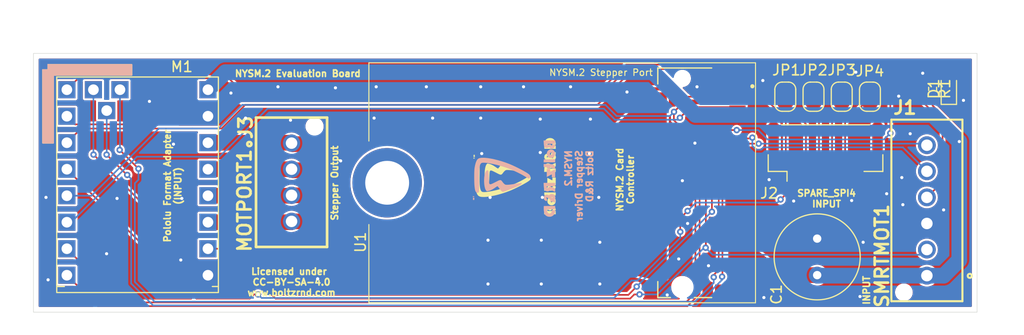
<source format=kicad_pcb>
(kicad_pcb (version 20240108) (generator "pcbnew") (generator_version "8.0")
  (title_block (title "NYSM2 Evaluation Carrier Board") (date "2024-12-08") (rev "1") (company "Boltz R&D") (comment 1 "Licensed Under GPLV3") (comment 2 "To be used as reference to integrate NYSM.2 In your designs"))
  (layers (0 "F.Cu" signal) (31 "B.Cu" signal) (34 "B.Paste" user) (35 "F.Paste" user) (36 "B.SilkS" user "B.Silkscreen") (37 "F.SilkS" user "F.Silkscreen") (38 "B.Mask" user) (39 "F.Mask" user) (44 "Edge.Cuts" user))
  (net 0 "")
  (net 1 "POW_MOT")
  (net 2 "GND")
  (net 3 "M1_STP")
  (net 4 "M1_DIR")
  (net 5 "M1_EN")
  (net 6 "+3.3V")
  (net 7 "SPI4_MOSI")
  (net 8 "SPI4_MISO")
  (net 9 "SPI4_CS1")
  (net 10 "SPI4_SCK")
  (net 12 "M1_MS3")
  (net 13 "M1_MS2")
  (net 14 "M1_MS1")
  (net 15 "M1_RST")
  (net 16 "M1_B1")
  (net 17 "M1_IDX")
  (net 18 "M1_VREF")
  (net 19 "M1_B2")
  (net 20 "M1_SLP")
  (net 21 "M1_DIAG")
  (net 22 "M1_A2")
  (net 23 "M1_A1")
  (net 31 "Net-(D1-A)")
  (footprint "Logo:BoltzRndLogo10mm" (layer "F.Cu") (at 123.2 110.6 90)
    (property "Reference" "G***" (hide yes))
    (property "Value" "LOGO" (hide yes))
  )
  (footprint "Jumper:SolderJumper-2_P1.3mm_Bridged_RoundedPad1.0x1.5mm" (layer "F.Cu") (at 151.85 103.15 90)
    (property "Reference" "JP2" (at 2.55 0 0) (layer "F.SilkS"))
    (property "Value" "SolderJumper_2_Bridged")
    (fp_poly (pts (xy 0.25 -0.3) (xy -0.25 -0.3) (xy -0.25 0.3) (xy 0.25 0.3)) (fill solid) (layer "F.Cu"))
    (pad "1" smd custom (at -0.65 0 90) (size 1 0.5) (layers "F.Cu" "F.Mask") (net 10 "SPI4_SCK") (options (clearance outline) (anchor rect)) (primitives (gr_circle (center 0 0.25) (end 0.5 0.25) (width 0) (fill yes)) (gr_circle (center 0 -0.25) (end 0.5 -0.25) (width 0) (fill yes)) (gr_poly (pts (xy 0.5 0.75) (xy 0 0.75) (xy 0 -0.75) (xy 0.5 -0.75)) (width 0) (fill yes))))
    (pad "2" smd custom (at 0.65 0 90) (size 1 0.5) (layers "F.Cu" "F.Mask") (net 13 "M1_MS2") (options (clearance outline) (anchor rect)) (primitives (gr_circle (center 0 0.25) (end 0.5 0.25) (width 0) (fill yes)) (gr_circle (center 0 -0.25) (end 0.5 -0.25) (width 0) (fill yes)) (gr_poly (pts (xy 0 0.75) (xy -0.5 0.75) (xy -0.5 -0.75) (xy 0 -0.75)) (width 0) (fill yes))))
  )
  (footprint "Resistor_SMD:R_0402_1005Metric" (layer "F.Cu") (at 163.25 102.4 -90)
    (property "Reference" "R1" (at 0 -1.17 90) (layer "F.SilkS"))
    (property "Value" "4.7K")
    (pad "1" smd roundrect (at -0.51 0 270) (size 0.54 0.64) (layers "F.Cu" "F.Paste" "F.Mask") (net 31 "Net-(D1-A)"))
    (pad "2" smd roundrect (at 0.51 0 270) (size 0.54 0.64) (layers "F.Cu" "F.Paste" "F.Mask") (net 1 "POW_MOT"))
  )
  (footprint "LED_SMD:LED_0603_1608Metric" (layer "F.Cu") (at 164.8 102.4 90)
    (property "Reference" "D1" (at 0 -1.43 90) (layer "F.SilkS"))
    (property "Value" "POW-MOT")
    (pad "1" smd roundrect (at -0.7875 0 90) (size 0.875 0.95) (layers "F.Cu" "F.Paste" "F.Mask") (net 2 "GND"))
    (pad "2" smd roundrect (at 0.7875 0 90) (size 0.875 0.95) (layers "F.Cu" "F.Paste" "F.Mask") (net 31 "Net-(D1-A)"))
  )
  (footprint "connectorslibrary:53375-0610" (layer "F.Cu") (at 166.1 114.05 -90)
    (property "Reference" "J1" (at -9.85 5.5 0) (layer "F.SilkS") (effects (font (size 1.27 1.27) (thickness 0.254))))
    (property "Value" "SMRTMOT1" (at 4.35 7.7 90) (layer "F.SilkS") (effects (font (size 1.27 1.27) (thickness 0.254))))
    (pad "" np_thru_hole circle (at 7.85 5.6 270) (size 1.2 1.2) (drill 1.2) (layers "*.Cu" "*.Mask"))
    (pad "1" thru_hole circle (at 6.25 3.4 270) (size 1.7 1.7) (drill 1.1) (layers "*.Cu" "*.Mask") (net 1 "POW_MOT"))
    (pad "2" thru_hole circle (at 3.75 3.4 270) (size 1.7 1.7) (drill 1.1) (layers "*.Cu" "*.Mask") (net 6 "+3.3V"))
    (pad "3" thru_hole circle (at 1.25 3.4 270) (size 1.7 1.7) (drill 1.1) (layers "*.Cu" "*.Mask") (net 2 "GND"))
    (pad "4" thru_hole circle (at -1.25 3.4 270) (size 1.7 1.7) (drill 1.1) (layers "*.Cu" "*.Mask") (net 5 "M1_EN"))
    (pad "5" thru_hole circle (at -3.75 3.4 270) (size 1.7 1.7) (drill 1.1) (layers "*.Cu" "*.Mask") (net 3 "M1_STP"))
    (pad "6" thru_hole circle (at -6.25 3.4 270) (size 1.7 1.7) (drill 1.1) (layers "*.Cu" "*.Mask") (net 4 "M1_DIR"))
  )
  (footprint "motordrivermodule:MotorDriverModuleBase" (layer "F.Cu") (at 87.6 110.08)
    (property "Reference" "M1" (at 3.8 -9.8 0) (layer "F.SilkS"))
    (property "Value" "MotorDriverModule")
    (pad "0" thru_hole rect (at -7.2 -7.6) (size 1.64 1.64) (drill 1.02) (layers "*.Cu" "*.Mask") (net 5 "M1_EN"))
    (pad "1" thru_hole rect (at -7.2 -5.06) (size 1.64 1.64) (drill 1.02) (layers "*.Cu" "*.Mask") (net 14 "M1_MS1"))
    (pad "2" thru_hole rect (at -7.2 -2.52) (size 1.64 1.64) (drill 1.02) (layers "*.Cu" "*.Mask") (net 13 "M1_MS2"))
    (pad "3" thru_hole rect (at -7.2 0.02) (size 1.64 1.64) (drill 1.02) (layers "*.Cu" "*.Mask") (net 12 "M1_MS3"))
    (pad "4" thru_hole rect (at -7.2 2.56) (size 1.64 1.64) (drill 1.02) (layers "*.Cu" "*.Mask") (net 15 "M1_RST"))
    (pad "5" thru_hole rect (at -7.2 5.1) (size 1.64 1.64) (drill 1.02) (layers "*.Cu" "*.Mask") (net 20 "M1_SLP"))
    (pad "6" thru_hole rect (at -7.2 7.64) (size 1.64 1.64) (drill 1.02) (layers "*.Cu" "*.Mask") (net 3 "M1_STP"))
    (pad "7" thru_hole rect (at -7.2 10.18) (size 1.64 1.64) (drill 1.02) (layers "*.Cu" "*.Mask") (net 4 "M1_DIR"))
    (pad "8" thru_hole rect (at 6.3 10.18) (size 1.64 1.64) (drill 1.02) (layers "*.Cu" "*.Mask") (net 2 "GND"))
    (pad "9" thru_hole rect (at 6.3 7.64) (size 1.64 1.64) (drill 1.02) (layers "*.Cu" "*.Mask") (net 6 "+3.3V"))
    (pad "10" thru_hole rect (at 6.3 5.1) (size 1.64 1.64) (drill 1.02) (layers "*.Cu" "*.Mask") (net 19 "M1_B2"))
    (pad "11" thru_hole rect (at 6.3 2.56) (size 1.64 1.64) (drill 1.02) (layers "*.Cu" "*.Mask") (net 16 "M1_B1"))
    (pad "12" thru_hole rect (at 6.3 0.02) (size 1.64 1.64) (drill 1.02) (layers "*.Cu" "*.Mask") (net 23 "M1_A1"))
    (pad "13" thru_hole rect (at 6.3 -2.52) (size 1.64 1.64) (drill 1.02) (layers "*.Cu" "*.Mask") (net 22 "M1_A2"))
    (pad "14" thru_hole rect (at 6.3 -5.06) (size 1.64 1.64) (drill 1.02) (layers "*.Cu" "*.Mask") (net 2 "GND"))
    (pad "15" thru_hole rect (at 6.3 -7.6) (size 1.64 1.64) (drill 1.02) (layers "*.Cu" "*.Mask") (net 1 "POW_MOT"))
    (pad "16" thru_hole rect (at -4.66 -7.6 90) (size 1.64 1.64) (drill 1.02) (layers "*.Cu" "*.Mask") (net 18 "M1_VREF"))
    (pad "17" thru_hole rect (at -2.12 -7.6 90) (size 1.64 1.64) (drill 1.02) (layers "*.Cu" "*.Mask") (net 21 "M1_DIAG"))
    (pad "18" thru_hole rect (at -3.39 -5.6 90) (size 1.64 1.64) (drill 1.02) (layers "*.Cu" "*.Mask") (net 17 "M1_IDX"))
  )
  (footprint "Jumper:SolderJumper-2_P1.3mm_Bridged_RoundedPad1.0x1.5mm" (layer "F.Cu") (at 157.25 103.15 90)
    (property "Reference" "JP4" (at 2.45 0 0) (layer "F.SilkS"))
    (property "Value" "SolderJumper_2_Bridged")
    (fp_poly (pts (xy 0.25 -0.3) (xy -0.25 -0.3) (xy -0.25 0.3) (xy 0.25 0.3)) (fill solid) (layer "F.Cu"))
    (pad "1" smd custom (at -0.65 0 90) (size 1 0.5) (layers "F.Cu" "F.Mask") (net 8 "SPI4_MISO") (options (clearance outline) (anchor rect)) (primitives (gr_circle (center 0 0.25) (end 0.5 0.25) (width 0) (fill yes)) (gr_circle (center 0 -0.25) (end 0.5 -0.25) (width 0) (fill yes)) (gr_poly (pts (xy 0.5 0.75) (xy 0 0.75) (xy 0 -0.75) (xy 0.5 -0.75)) (width 0) (fill yes))))
    (pad "2" smd custom (at 0.65 0 90) (size 1 0.5) (layers "F.Cu" "F.Mask") (net 15 "M1_RST") (options (clearance outline) (anchor rect)) (primitives (gr_circle (center 0 0.25) (end 0.5 0.25) (width 0) (fill yes)) (gr_circle (center 0 -0.25) (end 0.5 -0.25) (width 0) (fill yes)) (gr_poly (pts (xy 0 0.75) (xy -0.5 0.75) (xy -0.5 -0.75) (xy 0 -0.75)) (width 0) (fill yes))))
  )
  (footprint "Capacitor_THT:C_Radial_D8.0mm_H11.5mm_P3.50mm" (layer "F.Cu") (at 152.2 120.25 90)
    (property "Reference" "C1" (at -1.85 -3.9 90) (layer "F.SilkS"))
    (property "Value" "100uF 50V")
    (pad "1" thru_hole circle (at 0 0 90) (size 1.6 1.6) (drill 0.8) (layers "*.Cu" "*.Mask") (net 1 "POW_MOT"))
    (pad "2" thru_hole circle (at 3.5 0 90) (size 1.6 1.6) (drill 0.8) (layers "*.Cu" "*.Mask") (net 2 "GND"))
  )
  (footprint "Jumper:SolderJumper-2_P1.3mm_Bridged_RoundedPad1.0x1.5mm" (layer "F.Cu") (at 149.15 103.15 90)
    (property "Reference" "JP1" (at 2.55 0.1 0) (layer "F.SilkS"))
    (property "Value" "SolderJumper_2_Bridged")
    (fp_poly (pts (xy 0.25 -0.3) (xy -0.25 -0.3) (xy -0.25 0.3) (xy 0.25 0.3)) (fill solid) (layer "F.Cu"))
    (pad "1" smd custom (at -0.65 0 90) (size 1 0.5) (layers "F.Cu" "F.Mask") (net 9 "SPI4_CS1") (options (clearance outline) (anchor rect)) (primitives (gr_circle (center 0 0.25) (end 0.5 0.25) (width 0) (fill yes)) (gr_circle (center 0 -0.25) (end 0.5 -0.25) (width 0) (fill yes)) (gr_poly (pts (xy 0.5 0.75) (xy 0 0.75) (xy 0 -0.75) (xy 0.5 -0.75)) (width 0) (fill yes))))
    (pad "2" smd custom (at 0.65 0 90) (size 1 0.5) (layers "F.Cu" "F.Mask") (net 12 "M1_MS3") (options (clearance outline) (anchor rect)) (primitives (gr_circle (center 0 0.25) (end 0.5 0.25) (width 0) (fill yes)) (gr_circle (center 0 -0.25) (end 0.5 -0.25) (width 0) (fill yes)) (gr_poly (pts (xy 0 0.75) (xy -0.5 0.75) (xy -0.5 -0.75) (xy 0 -0.75)) (width 0) (fill yes))))
  )
  (footprint "MDT275B03001:AMPHENOL_MDT275B03001" (layer "F.Cu") (at 139.3 111.4 -90)
    (property "Reference" "U1" (at 5.7 30.8 90) (layer "F.SilkS"))
    (property "Value" "~")
    (fp_text user "NYSM.2 Stepper Port" (at -10.2 12.8 0) (layer "F.SilkS") (effects (font (size 0.63 0.63) (thickness 0.1)) (justify left bottom)))
    (pad "" np_thru_hole circle (at -10 0 270) (size 1.15 1.15) (drill 1.15) (layers "*.Cu" "*.Mask"))
    (pad "" np_thru_hole circle (at 10 0 270) (size 1.65 1.65) (drill 1.65) (layers "*.Cu" "*.Mask"))
    (pad "1" smd rect (at -9.25 -5.275 270) (size 0.3 1.55) (layers "F.Cu" "F.Paste" "F.Mask") (net 5 "M1_EN"))
    (pad "2" smd rect (at -9 2.275 270) (size 0.3 1.55) (layers "F.Cu" "F.Paste" "F.Mask"))
    (pad "3" smd rect (at -8.75 -5.275 270) (size 0.3 1.55) (layers "F.Cu" "F.Paste" "F.Mask") (net 14 "M1_MS1"))
    (pad "4" smd rect (at -8.5 2.275 270) (size 0.3 1.55) (layers "F.Cu" "F.Paste" "F.Mask") (net 22 "M1_A2"))
    (pad "5" smd rect (at -8.25 -5.275 270) (size 0.3 1.55) (layers "F.Cu" "F.Paste" "F.Mask") (net 13 "M1_MS2"))
    (pad "6" smd rect (at -8 2.275 270) (size 0.3 1.55) (layers "F.Cu" "F.Paste" "F.Mask") (net 22 "M1_A2"))
    (pad "7" smd rect (at -7.75 -5.275 270) (size 0.3 1.55) (layers "F.Cu" "F.Paste" "F.Mask") (net 12 "M1_MS3"))
    (pad "8" smd rect (at -7.5 2.275 270) (size 0.3 1.55) (layers "F.Cu" "F.Paste" "F.Mask") (net 22 "M1_A2"))
    (pad "9" smd rect (at -7.25 -5.275 270) (size 0.3 1.55) (layers "F.Cu" "F.Paste" "F.Mask") (net 15 "M1_RST"))
    (pad "10" smd rect (at -7 2.275 270) (size 0.3 1.55) (layers "F.Cu" "F.Paste" "F.Mask") (net 22 "M1_A2"))
    (pad "11" smd rect (at -6.75 -5.275 270) (size 0.3 1.55) (layers "F.Cu" "F.Paste" "F.Mask") (net 20 "M1_SLP"))
    (pad "20" smd rect (at -4.5 2.275 270) (size 0.3 1.55) (layers "F.Cu" "F.Paste" "F.Mask") (net 22 "M1_A2"))
    (pad "21" smd rect (at -4.25 -5.275 270) (size 0.3 1.55) (layers "F.Cu" "F.Paste" "F.Mask") (net 3 "M1_STP"))
    (pad "22" smd rect (at -4 2.275 270) (size 0.3 1.55) (layers "F.Cu" "F.Paste" "F.Mask") (net 22 "M1_A2"))
    (pad "23" smd rect (at -3.75 -5.275 270) (size 0.3 1.55) (layers "F.Cu" "F.Paste" "F.Mask") (net 4 "M1_DIR"))
    (pad "24" smd rect (at -3.5 2.275 270) (size 0.3 1.55) (layers "F.Cu" "F.Paste" "F.Mask") (net 22 "M1_A2"))
    (pad "25" smd rect (at -3.25 -5.275 270) (size 0.3 1.55) (layers "F.Cu" "F.Paste" "F.Mask") (net 2 "GND"))
    (pad "26" smd rect (at -3 2.275 270) (size 0.3 1.55) (layers "F.Cu" "F.Paste" "F.Mask") (net 22 "M1_A2"))
    (pad "27" smd rect (at -2.75 -5.275 270) (size 0.3 1.55) (layers "F.Cu" "F.Paste" "F.Mask") (net 6 "+3.3V"))
    (pad "28" smd rect (at -2.5 2.275 270) (size 0.3 1.55) (layers "F.Cu" "F.Paste" "F.Mask") (net 23 "M1_A1"))
    (pad "29" smd rect (at -2.25 -5.275 270) (size 0.3 1.55) (layers "F.Cu" "F.Paste" "F.Mask") (net 2 "GND"))
    (pad "30" smd rect (at -2 2.275 270) (size 0.3 1.55) (layers "F.Cu" "F.Paste" "F.Mask") (net 23 "M1_A1"))
    (pad "31" smd rect (at -1.75 -5.275 270) (size 0.3 1.55) (layers "F.Cu" "F.Paste" "F.Mask") (net 18 "M1_VREF"))
    (pad "32" smd rect (at -1.5 2.275 270) (size 0.3 1.55) (layers "F.Cu" "F.Paste" "F.Mask") (net 23 "M1_A1"))
    (pad "33" smd rect (at -1.25 -5.275 270) (size 0.3 1.55) (layers "F.Cu" "F.Paste" "F.Mask") (net 21 "M1_DIAG"))
    (pad "34" smd rect (at -1 2.275 270) (size 0.3 1.55) (layers "F.Cu" "F.Paste" "F.Mask") (net 23 "M1_A1"))
    (pad "35" smd rect (at -0.75 -5.275 270) (size 0.3 1.55) (layers "F.Cu" "F.Paste" "F.Mask") (net 17 "M1_IDX"))
    (pad "36" smd rect (at -0.5 2.275 270) (size 0.3 1.55) (layers "F.Cu" "F.Paste" "F.Mask") (net 23 "M1_A1"))
    (pad "37" smd rect (at -0.25 -5.275 270) (size 0.3 1.55) (layers "F.Cu" "F.Paste" "F.Mask"))
    (pad "38" smd rect (at 0 2.275 270) (size 0.3 1.55) (layers "F.Cu" "F.Paste" "F.Mask") (net 23 "M1_A1"))
    (pad "39" smd rect (at 0.25 -5.275 270) (size 0.3 1.55) (layers "F.Cu" "F.Paste" "F.Mask"))
    (pad "40" smd rect (at 0.5 2.275 270) (size 0.3 1.55) (layers "F.Cu" "F.Paste" "F.Mask") (net 23 "M1_A1"))
    (pad "41" smd rect (at 0.75 -5.275 270) (size 0.3 1.55) (layers "F.Cu" "F.Paste" "F.Mask"))
    (pad "42" smd rect (at 1 2.275 270) (size 0.3 1.55) (layers "F.Cu" "F.Paste" "F.Mask") (net 23 "M1_A1"))
    (pad "43" smd rect (at 1.25 -5.275 270) (size 0.3 1.55) (layers "F.Cu" "F.Paste" "F.Mask"))
    (pad "44" smd rect (at 1.5 2.275 270) (size 0.3 1.55) (layers "F.Cu" "F.Paste" "F.Mask") (net 16 "M1_B1"))
    (pad "45" smd rect (at 1.75 -5.275 270) (size 0.3 1.55) (layers "F.Cu" "F.Paste" "F.Mask") (net 2 "GND"))
    (pad "46" smd rect (at 2 2.275 270) (size 0.3 1.55) (layers "F.Cu" "F.Paste" "F.Mask") (net 16 "M1_B1"))
    (pad "47" smd rect (at 2.25 -5.275 270) (size 0.3 1.55) (layers "F.Cu" "F.Paste" "F.Mask") (net 2 "GND"))
    (pad "48" smd rect (at 2.5 2.275 270) (size 0.3 1.55) (layers "F.Cu" "F.Paste" "F.Mask") (net 16 "M1_B1"))
    (pad "49" smd rect (at 2.75 -5.275 270) (size 0.3 1.55) (layers "F.Cu" "F.Paste" "F.Mask") (net 2 "GND"))
    (pad "50" smd rect (at 3 2.275 270) (size 0.3 1.55) (layers "F.Cu" "F.Paste" "F.Mask") (net 16 "M1_B1"))
    (pad "51" smd rect (at 3.25 -5.275 270) (size 0.3 1.55) (layers "F.Cu" "F.Paste" "F.Mask") (net 2 "GND"))
    (pad "52" smd rect (at 3.5 2.275 270) (size 0.3 1.55) (layers "F.Cu" "F.Paste" "F.Mask") (net 16 "M1_B1"))
    (pad "53" smd rect (at 3.75 -5.275 270) (size 0.3 1.55) (layers "F.Cu" "F.Paste" "F.Mask") (net 2 "GND"))
    (pad "54" smd rect (at 4 2.275 270) (size 0.3 1.55) (layers "F.Cu" "F.Paste" "F.Mask") (net 16 "M1_B1"))
    (pad "55" smd rect (at 4.25 -5.275 270) (size 0.3 1.55) (layers "F.Cu" "F.Paste" "F.Mask") (net 2 "GND"))
    (pad "56" smd rect (at 4.5 2.275 270) (size 0.3 1.55) (layers "F.Cu" "F.Paste" "F.Mask") (net 16 "M1_B1"))
    (pad "57" smd rect (at 4.75 -5.275 270) (size 0.3 1.55) (layers "F.Cu" "F.Paste" "F.Mask") (net 2 "GND"))
    (pad "58" smd rect (at 5 2.275 270) (size 0.3 1.55) (layers "F.Cu" "F.Paste" "F.Mask") (net 16 "M1_B1"))
    (pad "59" smd rect (at 5.25 -5.275 270) (size 0.3 1.55) (layers "F.Cu" "F.Paste" "F.Mask") (net 2 "GND"))
    (pad "60" smd rect (at 5.5 2.275 270) (size 0.3 1.55) (layers "F.Cu" "F.Paste" "F.Mask") (net 19 "M1_B2"))
    (pad "61" smd rect (at 5.75 -5.275 270) (size 0.3 1.55) (layers "F.Cu" "F.Paste" "F.Mask") (net 1 "POW_MOT"))
    (pad "62" smd rect (at 6 2.275 270) (size 0.3 1.55) (layers "F.Cu" "F.Paste" "F.Mask") (net 19 "M1_B2"))
    (pad "63" smd rect (at 6.25 -5.275 270) (size 0.3 1.55) (layers "F.Cu" "F.Paste" "F.Mask") (net 1 "POW_MOT"))
    (pad "64" smd rect (at 6.5 2.275 270) (size 0.3 1.55) (layers "F.Cu" "F.Paste" "F.Mask") (net 19 "M1_B2"))
    (pad "65" smd rect (at 6.75 -5.275 270) (size 0.3 1.55) (layers "F.Cu" "F.Paste" "F.Mask") (net 1 "POW_MOT"))
    (pad "66" smd rect (at 7 2.275 270) (size 0.3 1.55) (layers "F.Cu" "F.Paste" "F.Mask") (net 19 "M1_B2"))
    (pad "67" smd rect (at 7.25 -5.275 270) (size 0.3 1.55) (layers "F.Cu" "F.Paste" "F.Mask") (net 1 "POW_MOT"))
    (pad "68" smd rect (at 7.5 2.275 270) (size 0.3 1.55) (layers "F.Cu" "F.Paste" "F.Mask") (net 19 "M1_B2"))
    (pad "69" smd rect (at 7.75 -5.275 270) (size 0.3 1.55) (layers "F.Cu" "F.Paste" "F.Mask") (net 1 "POW_MOT"))
    (pad "70" smd rect (at 8 2.275 270) (size 0.3 1.55) (layers "F.Cu" "F.Paste" "F.Mask") (net 19 "M1_B2"))
    (pad "71" smd rect (at 8.25 -5.275 270) (size 0.3 1.55) (layers "F.Cu" "F.Paste" "F.Mask") (net 1 "POW_MOT"))
    (pad "72" smd rect (at 8.5 2.275 270) (size 0.3 1.55) (layers "F.Cu" "F.Paste" "F.Mask") (net 19 "M1_B2"))
    (pad "73" smd rect (at 8.75 -5.275 270) (size 0.3 1.55) (layers "F.Cu" "F.Paste" "F.Mask") (net 1 "POW_MOT"))
    (pad "74" smd rect (at 9 2.275 270) (size 0.3 1.55) (layers "F.Cu" "F.Paste" "F.Mask") (net 19 "M1_B2"))
    (pad "75" smd rect (at 9.25 -5.275 270) (size 0.3 1.55) (layers "F.Cu" "F.Paste" "F.Mask") (net 1 "POW_MOT"))
    (pad "H1" thru_hole circle (at 0 28.25 270) (size 6.65 6.65) (drill 4.2) (layers "*.Cu" "*.Mask"))
    (pad "P1" smd rect (at -10.35 -4.5 270) (size 1.2 2.75) (layers "F.Cu" "F.Paste" "F.Mask"))
    (pad "P2" smd rect (at 10.35 -4.5 270) (size 1.2 2.75) (layers "F.Cu" "F.Paste" "F.Mask"))
  )
  (footprint "connectorslibrary:53375-0410" (layer "F.Cu") (at 98.5 111.35 90)
    (property "Reference" "J3" (at 5.25 -1 90) (layer "F.SilkS") (effects (font (size 1.27 1.27) (thickness 0.254))))
    (property "Value" "MOTPORT1" (at -1.75 -1.1 90) (layer "F.SilkS") (effects (font (size 1.27 1.27) (thickness 0.254))))
    (pad "" np_thru_hole circle (at 5.35 5.6 90) (size 1.25 1.25) (drill 1.25) (layers "*.Cu" "*.Mask"))
    (pad "1" thru_hole circle (at 3.75 3.4 90) (size 1.65 1.65) (drill 1.1) (layers "*.Cu" "*.Mask") (net 22 "M1_A2"))
    (pad "2" thru_hole circle (at 1.25 3.4 90) (size 1.65 1.65) (drill 1.1) (layers "*.Cu" "*.Mask") (net 23 "M1_A1"))
    (pad "3" thru_hole circle (at -1.25 3.4 90) (size 1.65 1.65) (drill 1.1) (layers "*.Cu" "*.Mask") (net 16 "M1_B1"))
    (pad "4" thru_hole circle (at -3.75 3.4 90) (size 1.65 1.65) (drill 1.1) (layers "*.Cu" "*.Mask") (net 19 "M1_B2"))
  )
  (footprint "Connector_JST:JST_GH_BM06B-GHS-TBT_1x06-1MP_P1.25mm_Vertical" (layer "F.Cu") (at 153 108.45)
    (property "Reference" "J2" (at -5.4 3.95 0) (layer "F.SilkS"))
    (property "Value" "SPARE_SPI4" (at 0.1 3.95 0) (layer "F.SilkS") (effects (font (size 0.63 0.63))))
    (pad "1" smd roundrect (at -3.125 1.95) (size 0.6 1.7) (layers "F.Cu" "F.Paste" "F.Mask"))
    (pad "2" smd roundrect (at -1.875 1.95) (size 0.6 1.7) (layers "F.Cu" "F.Paste" "F.Mask") (net 9 "SPI4_CS1"))
    (pad "3" smd roundrect (at -0.625 1.95) (size 0.6 1.7) (layers "F.Cu" "F.Paste" "F.Mask") (net 10 "SPI4_SCK"))
    (pad "4" smd roundrect (at 0.625 1.95) (size 0.6 1.7) (layers "F.Cu" "F.Paste" "F.Mask") (net 7 "SPI4_MOSI"))
    (pad "5" smd roundrect (at 1.875 1.95) (size 0.6 1.7) (layers "F.Cu" "F.Paste" "F.Mask") (net 8 "SPI4_MISO"))
    (pad "6" smd roundrect (at 3.125 1.95) (size 0.6 1.7) (layers "F.Cu" "F.Paste" "F.Mask") (net 2 "GND"))
    (pad "MP" smd roundrect (at -4.975 -1.4) (size 1 2.8) (layers "F.Cu" "F.Paste" "F.Mask"))
    (pad "MP" smd roundrect (at 4.975 -1.4) (size 1 2.8) (layers "F.Cu" "F.Paste" "F.Mask"))
  )
  (footprint "Jumper:SolderJumper-2_P1.3mm_Bridged_RoundedPad1.0x1.5mm" (layer "F.Cu") (at 154.55 103.15 90)
    (property "Reference" "JP3" (at 2.55 0 0) (layer "F.SilkS"))
    (property "Value" "SolderJumper_2_Bridged")
    (fp_poly (pts (xy 0.25 -0.3) (xy -0.25 -0.3) (xy -0.25 0.3) (xy 0.25 0.3)) (fill solid) (layer "F.Cu"))
    (pad "1" smd custom (at -0.65 0 90) (size 1 0.5) (layers "F.Cu" "F.Mask") (net 7 "SPI4_MOSI") (options (clearance outline) (anchor rect)) (primitives (gr_circle (center 0 0.25) (end 0.5 0.25) (width 0) (fill yes)) (gr_circle (center 0 -0.25) (end 0.5 -0.25) (width 0) (fill yes)) (gr_poly (pts (xy 0.5 0.75) (xy 0 0.75) (xy 0 -0.75) (xy 0.5 -0.75)) (width 0) (fill yes))))
    (pad "2" smd custom (at 0.65 0 90) (size 1 0.5) (layers "F.Cu" "F.Mask") (net 14 "M1_MS1") (options (clearance outline) (anchor rect)) (primitives (gr_circle (center 0 0.25) (end 0.5 0.25) (width 0) (fill yes)) (gr_circle (center 0 -0.25) (end 0.5 -0.25) (width 0) (fill yes)) (gr_poly (pts (xy 0 0.75) (xy -0.5 0.75) (xy -0.5 -0.75) (xy 0 -0.75)) (width 0) (fill yes))))
  )
  (footprint "Logo:BoltzRndLogo10mm" (layer "B.Cu") (at 123.148904 111.163976 -90)
    (property "Reference" "G***" (hide yes))
    (property "Value" "LOGO" (hide yes))
  )
  (gr_rect (start 77.2 99) (end 167.5 123.8) (stroke (width 0.05)) (fill none) (layer "Edge.Cuts"))
  (gr_text "NYSM.2 \nStepper Driver\nBoltz R&D" (at 130.8 108.2 90) (layer "B.SilkS") (effects (font (size 0.63 0.63) (thickness 0.1575) (bold yes)) (justify left bottom mirror)))
  (gr_text "Stepper Output" (at 106.4 115.1 90) (layer "F.SilkS") (effects (font (size 0.63 0.63) (thickness 0.153) (bold yes)) (justify left bottom)))
  (gr_text "INPUT" (at 157.3 121.7 90) (layer "F.SilkS") (effects (font (size 0.63 0.63) (thickness 0.153) (bold yes)) (justify bottom)))
  (gr_text "INPUT" (at 153.1 113.8 0) (layer "F.SilkS") (effects (font (size 0.63 0.63) (thickness 0.153) (bold yes)) (justify bottom)))
  (gr_text "Licensed under \nCC-BY-SA-4.0\nwww.boltzrnd.com" (at 101.9 122.3 0) (layer "F.SilkS") (effects (font (size 0.63 0.63) (thickness 0.153) (bold yes)) (justify bottom)))
  (gr_text "NYSM.2 Evaluation Board" (at 96.4 101.3 0) (layer "F.SilkS") (effects (font (size 0.63 0.63) (thickness 0.153) (bold yes)) (justify left bottom)))
  (gr_text "NYSM.2 Card\nController" (at 134.7 111.1 90) (layer "F.SilkS") (effects (font (size 0.63 0.63) (thickness 0.153) (bold yes)) (justify bottom)))
  (gr_text "Pololu Format Adapter\n(INPUT)" (at 91.4 111.7 90) (layer "F.SilkS") (effects (font (size 0.63 0.63) (thickness 0.153) (bold yes)) (justify bottom)))
  (segment (start 163.25 104) (end 165.8 106.55) (width 0.156) (layer "F.Cu") (net 1))
  (segment (start 165.8 106.55) (end 165.8 107.45) (width 0.156) (layer "F.Cu") (net 1))
  (segment (start 163.25 102.91) (end 163.25 104) (width 0.156) (layer "F.Cu") (net 1))
  (segment (start 152.2 120.25) (end 147.7 120.25) (width 1.5) (layer "F.Cu") (net 1))
  (via (at 165.8 107.45) (size 0.6) (drill 0.3) (layers "F.Cu" "B.Cu") (net 1))
  (segment (start 136.472614 100.8) (end 140.572614 104.9) (width 1.5) (layer "B.Cu") (net 1))
  (segment (start 93.9 102.48) (end 95.58 100.8) (width 1.5) (layer "B.Cu") (net 1))
  (segment (start 152.25 120.3) (end 152.2 120.25) (width 1.5) (layer "B.Cu") (net 1))
  (segment (start 165.8 107.45) (end 165.8 118.8) (width 1.5) (layer "B.Cu") (net 1))
  (segment (start 165.8 118.8) (end 164.3 120.3) (width 1.5) (layer "B.Cu") (net 1))
  (segment (start 95.58 100.8) (end 136.472614 100.8) (width 1.5) (layer "B.Cu") (net 1))
  (segment (start 140.572614 104.9) (end 163.25 104.9) (width 1.5) (layer "B.Cu") (net 1))
  (segment (start 163.25 104.9) (end 165.8 107.45) (width 1.5) (layer "B.Cu") (net 1))
  (segment (start 162.7 120.3) (end 152.25 120.3) (width 1.5) (layer "B.Cu") (net 1))
  (segment (start 164.3 120.3) (end 162.7 120.3) (width 1.5) (layer "B.Cu") (net 1))
  (segment (start 147.175 116.75) (end 144.575 114.15) (width 1.5) (layer "F.Cu") (net 2))
  (segment (start 162.7 115.3) (end 153.65 115.3) (width 1.5) (layer "F.Cu") (net 2))
  (segment (start 152.2 116.75) (end 147.175 116.75) (width 1.5) (layer "F.Cu") (net 2))
  (segment (start 153.65 115.3) (end 152.2 116.75) (width 1.5) (layer "F.Cu") (net 2))
  (via (at 141.8 119.35) (size 0.6) (drill 0.3) (layers "F.Cu" "B.Cu") (net 2))
  (via (at 110 102.2) (size 0.6) (drill 0.3) (layers "F.Cu" "B.Cu") (net 2))
  (via (at 120 105.2) (size 0.6) (drill 0.3) (layers "F.Cu" "B.Cu") (net 2))
  (via (at 120 102.2) (size 0.6) (drill 0.3) (layers "F.Cu" "B.Cu") (net 2))
  (via (at 125.8 121.1) (size 0.6) (drill 0.3) (layers "F.Cu" "B.Cu") (net 2))
  (via (at 125.7 105.3) (size 0.6) (drill 0.3) (layers "F.Cu" "B.Cu") (net 2))
  (via (at 88.3 103.6) (size 0.6) (drill 0.3) (layers "F.Cu" "B.Cu") (net 2))
  (via (at 128.6 102.2) (size 0.6) (drill 0.3) (layers "F.Cu" "B.Cu") (net 2))
  (via (at 120.1 108.6) (size 0.6) (drill 0.3) (layers "F.Cu" "B.Cu") (net 2))
  (via (at 90.6 107.7) (size 0.6) (drill 0.3) (layers "F.Cu" "B.Cu") (net 2))
  (via (at 147 101.6) (size 0.6) (drill 0.3) (layers "F.Cu" "B.Cu") (net 2))
  (via (at 78.6 120.7) (size 0.6) (drill 0.3) (layers "F.Cu" "B.Cu") (net 2))
  (via (at 85.2 112.9) (size 0.6) (drill 0.3) (layers "F.Cu" "B.Cu") (net 2))
  (via (at 106.1 102.3) (size 0.6) (drill 0.3) (layers "F.Cu" "B.Cu") (net 2))
  (via (at 104.4 120.6) (size 0.6) (drill 0.3) (layers "F.Cu" "B.Cu") (net 2))
  (via (at 131.3 112.8) (size 0.6) (drill 0.3) (layers "F.Cu" "B.Cu") (net 2))
  (via (at 160.3 110.9) (size 0.6) (drill 0.3) (layers "F.Cu" "B.Cu") (net 2))
  (via (at 158.85 112.45) (size 0.6) (drill 0.3) (layers "F.Cu" "B.Cu") (net 2))
  (via (at 109.8 105.2) (size 0.6) (drill 0.3) (layers "F.Cu" "B.Cu") (net 2))
  (via (at 134 102.7) (size 0.6) (drill 0.3) (layers "F.Cu" "B.Cu") (net 2))
  (via (at 120.7 116.9) (size 0.6) (drill 0.3) (layers "F.Cu" "B.Cu") (net 2))
  (via (at 149.95 113.15) (size 0.6) (drill 0.3) (layers "F.Cu" "B.Cu") (net 2))
  (via (at 120.7 121.1) (size 0.6) (drill 0.3) (layers "F.Cu" "B.Cu") (net 2))
  (via (at 164.3 114) (size 0.6) (drill 0.3) (layers "F.Cu" "B.Cu") (net 2))
  (via (at 101.8 105.4) (size 0.6) (drill 0.3) (layers "F.Cu" "B.Cu") (net 2))
  (via (at 78.4 112.8) (size 0.6) (drill 0.3) (layers "F.Cu" "B.Cu") (net 2))
  (via (at 139.8 115.3) (size 0.6) (drill 0.3) (layers "F.Cu" "B.Cu") (net 2))
  (via (at 156.6 117.1) (size 0.6) (drill 0.3) (layers "F.Cu" "B.Cu") (net 2))
  (via (at 139.3 111.2) (size 0.6) (drill 0.3) (layers "F.Cu" "B.Cu") (net 2))
  (via (at 131.4 117.1) (size 0.6) (drill 0.3) (layers "F.Cu" "B.Cu") (net 2))
  (via (at 125.9 112.8) (size 0.6) (drill 0.3) (layers "F.Cu" "B.Cu") (net 2))
  (via (at 97.5 105.2) (size 0.6) (drill 0.3) (layers "F.Cu" "B.Cu") (net 2))
  (via (at 166.2 103.5) (size 0.6) (drill 0.3) (layers "F.Cu" "B.Cu") (net 2))
  (via (at 162.3 100.9) (size 0.6) (drill 0.3) (layers "F.Cu" "B.Cu") (net 2))
  (via (at 106.6 109.3) (size 0.6) (drill 0.3) (layers "F.Cu" "B.Cu") (net 2))
  (via (at 115.4 105.2) (size 0.6) (drill 0.3) (layers "F.Cu" "B.Cu") (net 2))
  (via (at 138.95 118.7) (size 0.6) (drill 0.3) (layers "F.Cu" "B.Cu") (net 2))
  (via (at 125.7 108.5) (size 0.6) (drill 0.3) (layers "F.Cu" "B.Cu") (net 2))
  (via (at 147.6 111.1) (size 0.6) (drill 0.3) (layers "F.Cu" "B.Cu") (net 2))
  (via (at 161.1 106.7) (size 0.6) (drill 0.3) (layers "F.Cu" "B.Cu") (net 2))
  (via (at 140.5 107.6) (size 0.6) (drill 0.3) (layers "F.Cu" "B.Cu") (net 2))
  (via (at 156.3 122.3) (size 0.6) (drill 0.3) (layers "F.Cu" "B.Cu") (net 2))
  (via (at 147.1 122.4) (size 0.6) (drill 0.3) (layers "F.Cu" "B.Cu") (net 2))
  (via (at 84.2 118.2) (size 0.6) (drill 0.3) (layers "F.Cu" "B.Cu") (net 2))
  (via (at 96.1 102.8) (size 0.6) (drill 0.3) (layers "F.Cu" "B.Cu") (net 2))
  (via (at 91.3 118.8) (size 0.6) (drill 0.3) (layers "F.Cu" "B.Cu") (net 2))
  (via (at 160.4 113.5) (size 0.6) (drill 0.3) (layers "F.Cu" "B.Cu") (net 2))
  (via (at 160 103.1) (size 0.6) (drill 0.3) (layers "F.Cu" "B.Cu") (net 2))
  (via (at 100.6 102.2) (size 0.6) (drill 0.3) (layers "F.Cu" "B.Cu") (net 2))
  (via (at 130.4 108.6) (size 0.6) (drill 0.3) (layers "F.Cu" "B.Cu") (net 2))
  (via (at 155.9 100.8) (size 0.6) (drill 0.3) (layers "F.Cu" "B.Cu") (net 2))
  (via (at 130.5 105.3) (size 0.6) (drill 0.3) (layers "F.Cu" "B.Cu") (net 2))
  (via (at 131.4 121.1) (size 0.6) (drill 0.3) (layers "F.Cu" "B.Cu") (net 2))
  (via (at 137.85 122.15) (size 0.6) (drill 0.3) (layers "F.Cu" "B.Cu") (net 2))
  (via (at 140.7 102.2) (size 0.6) (drill 0.3) (layers "F.Cu" "B.Cu") (net 2))
  (via (at 114.8 102.2) (size 0.6) (drill 0.3) (layers "F.Cu" "B.Cu") (net 2))
  (via (at 91.4 112.9) (size 0.6) (drill 0.3) (layers "F.Cu" "B.Cu") (net 2))
  (via (at 125.8 116.9) (size 0.6) (drill 0.3) (layers "F.Cu" "B.Cu") (net 2))
  (via (at 120.9 112.8) (size 0.6) (drill 0.3) (layers "F.Cu" "B.Cu") (net 2))
  (via (at 155.5 113.1) (size 0.6) (drill 0.3) (layers "F.Cu" "B.Cu") (net 2))
  (via (at 124.1 102.2) (size 0.6) (drill 0.3) (layers "F.Cu" "B.Cu") (net 2))
  (segment (start 85.546 122.866) (end 139.634 122.866) (width 0.156) (layer "F.Cu") (net 3))
  (segment (start 145.878 107.072) (end 145.8 107.15) (width 0.156) (layer "F.Cu") (net 3))
  (segment (start 80.4 117.72) (end 85.546 122.866) (width 0.156) (layer "F.Cu") (net 3))
  (segment (start 145.8 107.15) (end 144.575 107.15) (width 0.156) (layer "F.Cu") (net 3))
  (segment (start 140.55 121.95) (end 140.55 108.74654) (width 0.156) (layer "F.Cu") (net 3))
  (segment (start 140.55 108.74654) (end 142.14654 107.15) (width 0.156) (layer "F.Cu") (net 3))
  (segment (start 146 107.072) (end 145.878 107.072) (width 0.156) (layer "F.Cu") (net 3))
  (segment (start 139.634 122.866) (end 140.55 121.95) (width 0.156) (layer "F.Cu") (net 3))
  (segment (start 142.14654 107.15) (end 144.575 107.15) (width 0.156) (layer "F.Cu") (net 3))
  (via (at 146 107.072) (size 0.6) (drill 0.3) (layers "F.Cu" "B.Cu") (net 3))
  (segment (start 146 107.867416) (end 146.360584 108.228) (width 0.156) (layer "B.Cu") (net 3))
  (segment (start 146.839416 108.228) (end 147.061416 108.006) (width 0.156) (layer "B.Cu") (net 3))
  (segment (start 160.406 108.006) (end 162.7 110.3) (width 0.156) (layer "B.Cu") (net 3))
  (segment (start 146.360584 108.228) (end 146.839416 108.228) (width 0.156) (layer "B.Cu") (net 3))
  (segment (start 146 107.072) (end 146 107.867416) (width 0.156) (layer "B.Cu") (net 3))
  (segment (start 147.061416 108.006) (end 160.406 108.006) (width 0.156) (layer "B.Cu") (net 3))
  (segment (start 146.6 107.65) (end 144.575 107.65) (width 0.156) (layer "F.Cu") (net 4))
  (segment (start 142.15 107.65) (end 144.575 107.65) (width 0.156) (layer "F.Cu") (net 4))
  (segment (start 83.372 123.222) (end 139.78146 123.222) (width 0.156) (layer "F.Cu") (net 4))
  (segment (start 80.41 120.26) (end 83.372 123.222) (width 0.156) (layer "F.Cu") (net 4))
  (segment (start 140.95 122.05346) (end 140.95 108.85) (width 0.156) (layer "F.Cu") (net 4))
  (segment (start 139.78146 123.222) (end 140.95 122.05346) (width 0.156) (layer "F.Cu") (net 4))
  (segment (start 80.4 120.26) (end 80.41 120.26) (width 0.156) (layer "F.Cu") (net 4))
  (segment (start 140.95 108.85) (end 142.15 107.65) (width 0.156) (layer "F.Cu") (net 4))
  (via (at 146.6 107.65) (size 0.6) (drill 0.3) (layers "F.Cu" "B.Cu") (net 4))
  (segment (start 162.55 107.65) (end 162.7 107.8) (width 0.156) (layer "B.Cu") (net 4))
  (segment (start 146.6 107.65) (end 162.55 107.65) (width 0.156) (layer "B.Cu") (net 4))
  (segment (start 95.882 101.382) (end 97.722 103.222) (width 0.156) (layer "F.Cu") (net 5))
  (segment (start 164.2 111.3) (end 164.2 105.55) (width 0.156) (layer "F.Cu") (net 5))
  (segment (start 142.25 102.15) (end 144.575 102.15) (width 0.156) (layer "F.Cu") (net 5))
  (segment (start 97.722 103.222) (end 130.778 103.222) (width 0.156) (layer "F.Cu") (net 5))
  (segment (start 130.778 103.222) (end 133.922 100.078) (width 0.156) (layer "F.Cu") (net 5))
  (segment (start 158.65 100) (end 147.381 100) (width 0.156) (layer "F.Cu") (net 5))
  (segment (start 133.922 100.078) (end 140.178 100.078) (width 0.156) (layer "F.Cu") (net 5))
  (segment (start 164.2 105.55) (end 158.65 100) (width 0.156) (layer "F.Cu") (net 5))
  (segment (start 162.7 112.8) (end 164.2 111.3) (width 0.156) (layer "F.Cu") (net 5))
  (segment (start 145.231 102.15) (end 144.575 102.15) (width 0.156) (layer "F.Cu") (net 5))
  (segment (start 147.381 100) (end 145.231 102.15) (width 0.156) (layer "F.Cu") (net 5))
  (segment (start 80.4 102.48) (end 81.498 101.382) (width 0.156) (layer "F.Cu") (net 5))
  (segment (start 140.178 100.078) (end 142.25 102.15) (width 0.156) (layer "F.Cu") (net 5))
  (segment (start 81.498 101.382) (end 95.882 101.382) (width 0.156) (layer "F.Cu") (net 5))
  (segment (start 100.37254 122.5) (end 134.3 122.5) (width 0.156) (layer "F.Cu") (net 6))
  (segment (start 141.55 117.603) (end 141.55 110.694) (width 0.156) (layer "F.Cu") (net 6))
  (segment (start 134.7 122.1) (end 135.2 122.1) (width 0.156) (layer "F.Cu") (net 6))
  (segment (start 93.9 117.72) (end 95.59254 117.72) (width 0.156) (layer "F.Cu") (net 6))
  (segment (start 134.3 122.5) (end 134.7 122.1) (width 0.156) (layer "F.Cu") (net 6))
  (segment (start 95.59254 117.72) (end 100.37254 122.5) (width 0.156) (layer "F.Cu") (net 6))
  (segment (start 141.55 110.694) (end 143.594 108.65) (width 0.156) (layer "F.Cu") (net 6))
  (segment (start 143.594 108.65) (end 144.575 108.65) (width 0.156) (layer "F.Cu") (net 6))
  (segment (start 141.528 117.625) (end 141.55 117.603) (width 0.156) (layer "F.Cu") (net 6))
  (via (at 135.2 122.1) (size 0.6) (drill 0.3) (layers "F.Cu" "B.Cu") (net 6))
  (via (at 141.528 117.625) (size 0.6) (drill 0.3) (layers "F.Cu" "B.Cu") (net 6))
  (segment (start 141.375 117.625) (end 136.9 122.1) (width 0.156) (layer "B.Cu") (net 6))
  (segment (start 162.2 118.3) (end 142.2 118.3) (width 0.156) (layer "B.Cu") (net 6))
  (segment (start 141.528 117.625) (end 141.375 117.625) (width 0.156) (layer "B.Cu") (net 6))
  (segment (start 136.9 122.1) (end 135.2 122.1) (width 0.156) (layer "B.Cu") (net 6))
  (segment (start 142.2 118.3) (end 141.528 117.628) (width 0.156) (layer "B.Cu") (net 6))
  (segment (start 162.7 117.8) (end 162.2 118.3) (width 0.156) (layer "B.Cu") (net 6))
  (segment (start 141.528 117.628) (end 141.528 117.625) (width 0.156) (layer "B.Cu") (net 6))
  (segment (start 153.625 110.4) (end 153.625 104.725) (width 0.156) (layer "F.Cu") (net 7))
  (segment (start 153.625 104.725) (end 154.55 103.8) (width 0.156) (layer "F.Cu") (net 7))
  (segment (start 154.875 110.4) (end 154.875 105.625) (width 0.156) (layer "F.Cu") (net 8))
  (segment (start 154.875 105.625) (end 156.7 103.8) (width 0.156) (layer "F.Cu") (net 8))
  (segment (start 156.7 103.8) (end 157.25 103.8) (width 0.156) (layer "F.Cu") (net 8))
  (segment (start 151.125 110.4) (end 151.125 105.775) (width 0.156) (layer "F.Cu") (net 9))
  (segment (start 151.125 105.775) (end 149.15 103.8) (width 0.156) (layer "F.Cu") (net 9))
  (segment (start 152.375 110.4) (end 152.375 104.325) (width 0.156) (layer "F.Cu") (net 10))
  (segment (start 152.375 104.325) (end 151.85 103.8) (width 0.156) (layer "F.Cu") (net 10))
  (segment (start 148.75 102.5) (end 147.6 103.65) (width 0.156) (layer "F.Cu") (net 12))
  (segment (start 92.8 122.5) (end 94.6 122.5) (width 0.156) (layer "F.Cu") (net 12))
  (segment (start 97.9 122.5) (end 98.1 122.3) (width 0.156) (layer "F.Cu") (net 12))
  (segment (start 149.2 105.3) (end 147.6 103.7) (width 0.156) (layer "F.Cu") (net 12))
  (segment (start 148.7 113) (end 149.2 112.5) (width 0.156) (layer "F.Cu") (net 12))
  (segment (start 147.6 103.65) (end 144.575 103.65) (width 0.156) (layer "F.Cu") (net 12))
  (segment (start 139.1 114.8) (end 139.8 114.1) (width 0.156) (layer "F.Cu") (net 12))
  (segment (start 147.6 103.7) (end 147.6 103.65) (width 0.156) (layer "F.Cu") (net 12))
  (segment (start 94.6 122.5) (end 97.9 122.5) (width 0.156) (layer "F.Cu") (net 12))
  (segment (start 149.15 102.5) (end 148.75 102.5) (width 0.156) (layer "F.Cu") (net 12))
  (segment (start 149.2 112.5) (end 149.2 105.3) (width 0.156) (layer "F.Cu") (net 12))
  (segment (start 98.1 122.3) (end 98.3 122.1) (width 0.156) (layer "F.Cu") (net 12))
  (segment (start 80.4 110.1) (end 92.8 122.5) (width 0.156) (layer "F.Cu") (net 12))
  (segment (start 98.3 122.1) (end 98.7 122.1) (width 0.156) (layer "F.Cu") (net 12))
  (segment (start 139.1 116.1) (end 139.1 114.8) (width 0.156) (layer "F.Cu") (net 12))
  (via (at 148.7 113) (size 0.6) (drill 0.3) (layers "F.Cu" "B.Cu") (net 12))
  (via (at 139.1 116.1) (size 0.6) (drill 0.3) (layers "F.Cu" "B.Cu") (net 12))
  (via (at 98.7 122.1) (size 0.6) (drill 0.3) (layers "F.Cu" "B.Cu") (net 12))
  (via (at 139.8 114.1) (size 0.6) (drill 0.3) (layers "F.Cu" "B.Cu") (net 12))
  (segment (start 98.7 122.1) (end 99.038 122.438) (width 0.156) (layer "B.Cu") (net 12))
  (segment (start 132.762 122.438) (end 133.7 121.5) (width 0.156) (layer "B.Cu") (net 12))
  (segment (start 143 113.3) (end 148.4 113.3) (width 0.156) (layer "B.Cu") (net 12))
  (segment (start 133.7 121.5) (end 134.429837 120.770163) (width 0.156) (layer "B.Cu") (net 12))
  (segment (start 138.685654 117.085654) (end 139.1 116.671308) (width 0.156) (layer "B.Cu") (net 12))
  (segment (start 99.9 122.438) (end 104.3 122.438) (width 0.156) (layer "B.Cu") (net 12))
  (segment (start 139.1 116.671308) (end 139.1 116.1) (width 0.156) (layer "B.Cu") (net 12))
  (segment (start 134.9 120.770163) (end 135.001145 120.770163) (width 0.156) (layer "B.Cu") (net 12))
  (segment (start 148.4 113.3) (end 148.7 113) (width 0.156) (layer "B.Cu") (net 12))
  (segment (start 135.001145 120.770163) (end 138.685654 117.085654) (width 0.156) (layer "B.Cu") (net 12))
  (segment (start 104.3 122.438) (end 132.762 122.438) (width 0.156) (layer "B.Cu") (net 12))
  (segment (start 139.8 114.1) (end 140.6 113.3) (width 0.156) (layer "B.Cu") (net 12))
  (segment (start 140.6 113.3) (end 143 113.3) (width 0.156) (layer "B.Cu") (net 12))
  (segment (start 134.429837 120.770163) (end 134.9 120.770163) (width 0.156) (layer "B.Cu") (net 12))
  (segment (start 99.038 122.438) (end 99.9 122.438) (width 0.156) (layer "B.Cu") (net 12))
  (segment (start 139.75 103.15) (end 144.575 103.15) (width 0.156) (layer "F.Cu") (net 13))
  (segment (start 80.4 107.56) (end 81.76 106.2) (width 0.156) (layer "F.Cu") (net 13))
  (segment (start 134.247 100.853) (end 137.453 100.853) (width 0.156) (layer "F.Cu") (net 13))
  (segment (start 144.575 103.15) (end 147.05 103.15) (width 0.156) (layer "F.Cu") (net 13))
  (segment (start 97.466 103.934) (end 131.166 103.934) (width 0.156) (layer "F.Cu") (net 13))
  (segment (start 151.061909 101.711909) (end 151.85 102.5) (width 0.156) (layer "F.Cu") (net 13))
  (segment (start 147.05 103.15) (end 148.488091 101.711909) (width 0.156) (layer "F.Cu") (net 13))
  (segment (start 81.76 106.2) (end 95.2 106.2) (width 0.156) (layer "F.Cu") (net 13))
  (segment (start 148.488091 101.711909) (end 151.061909 101.711909) (width 0.156) (layer "F.Cu") (net 13))
  (segment (start 137.453 100.853) (end 139.75 103.15) (width 0.156) (layer "F.Cu") (net 13))
  (segment (start 95.2 106.2) (end 97.466 103.934) (width 0.156) (layer "F.Cu") (net 13))
  (segment (start 131.166 103.934) (end 134.247 100.853) (width 0.156) (layer "F.Cu") (net 13))
  (segment (start 80.4 105.02) (end 81.18 105.8) (width 0.156) (layer "F.Cu") (net 14))
  (segment (start 90.7 105.8) (end 92.922 103.578) (width 0.156) (layer "F.Cu") (net 14))
  (segment (start 130.92546 103.578) (end 134.00646 100.497) (width 0.156) (layer "F.Cu") (net 14))
  (segment (start 147.04654 102.65) (end 148.340631 101.355909) (width 0.156) (layer "F.Cu") (net 14))
  (segment (start 140.09354 100.497) (end 142.24654 102.65) (width 0.156) (layer "F.Cu") (net 14))
  (segment (start 148.340631 101.355909) (end 153.405909 101.355909) (width 0.156) (layer "F.Cu") (net 14))
  (segment (start 153.405909 101.355909) (end 154.55 102.5) (width 0.156) (layer "F.Cu") (net 14))
  (segment (start 92.922 103.578) (end 130.92546 103.578) (width 0.156) (layer "F.Cu") (net 14))
  (segment (start 134.00646 100.497) (end 140.09354 100.497) (width 0.156) (layer "F.Cu") (net 14))
  (segment (start 81.18 105.8) (end 90.7 105.8) (width 0.156) (layer "F.Cu") (net 14))
  (segment (start 144.575 102.65) (end 147.04654 102.65) (width 0.156) (layer "F.Cu") (net 14))
  (segment (start 142.24654 102.65) (end 144.575 102.65) (width 0.156) (layer "F.Cu") (net 14))
  (segment (start 139.432584 106.35) (end 144.5 106.35) (width 0.156) (layer "F.Cu") (net 15))
  (segment (start 159.2 106.65) (end 159.2 103.35) (width 0.156) (layer "F.Cu") (net 15))
  (segment (start 159.2 103.35) (end 158.35 102.5) (width 0.156) (layer "F.Cu") (net 15))
  (segment (start 138.5 104.6) (end 138.487687 104.612313) (width 0.156) (layer "F.Cu") (net 15))
  (segment (start 138.487687 104.612313) (end 138.487687 105.405103) (width 0.156) (layer "F.Cu") (net 15))
  (segment (start 158.35 102.5) (end 157.25 102.5) (width 0.156) (layer "F.Cu") (net 15))
  (segment (start 138.487687 105.405103) (end 139.432584 106.35) (width 0.156) (layer "F.Cu") (net 15))
  (segment (start 138.95 104.15) (end 144.575 104.15) (width 0.156) (layer "F.Cu") (net 15))
  (segment (start 138.5 104.6) (end 138.95 104.15) (width 0.156) (layer "F.Cu") (net 15))
  (via (at 159.2 106.65) (size 0.6) (drill 0.3) (layers "F.Cu" "B.Cu") (net 15))
  (via (at 138.5 104.6) (size 0.6) (drill 0.3) (layers "F.Cu" "B.Cu") (net 15))
  (via (at 144.5 106.35) (size 0.6) (drill 0.3) (layers "F.Cu" "B.Cu") (net 15))
  (segment (start 150 107.25) (end 158.6 107.25) (width 0.156) (layer "B.Cu") (net 15))
  (segment (start 97.182 103.934) (end 98.4 103.934) (width 0.156) (layer "B.Cu") (net 15))
  (segment (start 131.934 103.934) (end 127 103.934) (width 0.156) (layer "B.Cu") (net 15))
  (segment (start 147.45 107.25) (end 150 107.25) (width 0.156) (layer "B.Cu") (net 15))
  (segment (start 144.5 106.35) (end 146.55 106.35) (width 0.156) (layer "B.Cu") (net 15))
  (segment (start 80.4 112.64) (end 82.76 112.64) (width 0.156) (layer "B.Cu") (net 15))
  (segment (start 158.6 107.25) (end 159.2 106.65) (width 0.156) (layer "B.Cu") (net 15))
  (segment (start 138.1 105) (end 133 105) (width 0.156) (layer "B.Cu") (net 15))
  (segment (start 94.916 106.2) (end 97.182 103.934) (width 0.156) (layer "B.Cu") (net 15))
  (segment (start 146.55 106.35) (end 147.45 107.25) (width 0.156) (layer "B.Cu") (net 15))
  (segment (start 138.5 104.6) (end 138.1 105) (width 0.156) (layer "B.Cu") (net 15))
  (segment (start 82.76 112.64) (end 85.5 109.9) (width 0.156) (layer "B.Cu") (net 15))
  (segment (start 133 105) (end 131.934 103.934) (width 0.156) (layer "B.Cu") (net 15))
  (segment (start 85.5 109.9) (end 89.2 106.2) (width 0.156) (layer "B.Cu") (net 15))
  (segment (start 89.2 106.2) (end 92.4 106.2) (width 0.156) (layer "B.Cu") (net 15))
  (segment (start 98.4 103.934) (end 127 103.934) (width 0.156) (layer "B.Cu") (net 15))
  (segment (start 92.4 106.2) (end 94.916 106.2) (width 0.156) (layer "B.Cu") (net 15))
  (segment (start 101.9 112.6) (end 103.695836 112.6) (width 1.5) (layer "F.Cu") (net 16))
  (segment (start 113.529164 117.375) (end 116.304164 114.6) (width 1.5) (layer "F.Cu") (net 16))
  (segment (start 103.695836 112.6) (end 108.470836 117.375) (width 1.5) (layer "F.Cu") (net 16))
  (segment (start 108.470836 117.375) (end 113.529164 117.375) (width 1.5) (layer "F.Cu") (net 16))
  (segment (start 116.304164 114.6) (end 136.725 114.6) (width 1.5) (layer "F.Cu") (net 16))
  (segment (start 93.9 112.64) (end 101.86 112.64) (width 1.5) (layer "F.Cu") (net 16))
  (segment (start 101.86 112.64) (end 101.9 112.6) (width 1.5) (layer "F.Cu") (net 16))
  (segment (start 143.75 110.65) (end 144.575 110.65) (width 0.156) (layer "F.Cu") (net 17))
  (segment (start 86.145711 110.645711) (end 84.2 108.7) (width 0.156) (layer "F.Cu") (net 17))
  (segment (start 143.134 120.366) (end 143.134 111.266) (width 0.156) (layer "F.Cu") (net 17))
  (segment (start 143.1 120.4) (end 143.134 120.366) (width 0.156) (layer "F.Cu") (net 17))
  (segment (start 143.134 111.266) (end 143.75 110.65) (width 0.156) (layer "F.Cu") (net 17))
  (segment (start 86.171706 110.645711) (end 86.145711 110.645711) (width 0.156) (layer "F.Cu") (net 17))
  (via (at 86.171706 110.645711) (size 0.6) (drill 0.3) (layers "F.Cu" "B.Cu") (net 17))
  (via (at 143.1 120.4) (size 0.6) (drill 0.3) (layers "F.Cu" "B.Cu") (net 17))
  (via (at 84.2 108.7) (size 0.6) (drill 0.3) (layers "F.Cu" "B.Cu") (net 17))
  (segment (start 86.55 111.024005) (end 86.171706 110.645711) (width 0.156) (layer "B.Cu") (net 17))
  (segment (start 84.21 108.69) (end 84.2 108.7) (width 0.156) (layer "B.Cu") (net 17))
  (segment (start 140.65 123.15) (end 88.65 123.15) (width 0.156) (layer "B.Cu") (net 17))
  (segment (start 143.1 120.7) (end 140.65 123.15) (width 0.156) (layer "B.Cu") (net 17))
  (segment (start 143.1 120.4) (end 143.1 120.7) (width 0.156) (layer "B.Cu") (net 17))
  (segment (start 86.55 121.05) (end 86.55 111.024005) (width 0.156) (layer "B.Cu") (net 17))
  (segment (start 84.21 104.48) (end 84.21 108.69) (width 0.156) (layer "B.Cu") (net 17))
  (segment (start 88.65 123.15) (end 86.55 121.05) (width 0.156) (layer "B.Cu") (net 17))
  (segment (start 90.75 116.5) (end 94.876 116.5) (width 0.156) (layer "F.Cu") (net 18))
  (segment (start 134.130768 122.144) (end 134.926605 121.348163) (width 0.156) (layer "F.Cu") (net 18))
  (segment (start 143.594 109.65) (end 144.575 109.65) (width 0.156) (layer "F.Cu") (net 18))
  (segment (start 142.128 111.116) (end 143.594 109.65) (width 0.156) (layer "F.Cu") (net 18))
  (segment (start 100.52 122.144) (end 134.130768 122.144) (width 0.156) (layer "F.Cu") (net 18))
  (segment (start 94.876 116.5) (end 100.52 122.144) (width 0.156) (layer "F.Cu") (net 18))
  (segment (start 82.95 108.7) (end 90.75 116.5) (width 0.156) (layer "F.Cu") (net 18))
  (segment (start 142.128 114.173384) (end 142.128 111.116) (width 0.156) (layer "F.Cu") (net 18))
  (via (at 142.128 114.173384) (size 0.6) (drill 0.3) (layers "F.Cu" "B.Cu") (net 18))
  (via (at 134.926605 121.348163) (size 0.6) (drill 0.3) (layers "F.Cu" "B.Cu") (net 18))
  (via (at 82.95 108.7) (size 0.6) (drill 0.3) (layers "F.Cu" "B.Cu") (net 18))
  (segment (start 142.101384 114.173384) (end 134.926605 121.348163) (width 0.156) (layer "B.Cu") (net 18))
  (segment (start 82.94 108.69) (end 82.95 108.7) (width 0.156) (layer "B.Cu") (net 18))
  (segment (start 142.128 114.173384) (end 142.101384 114.173384) (width 0.156) (layer "B.Cu") (net 18))
  (segment (start 82.94 102.48) (end 82.94 108.69) (width 0.156) (layer "B.Cu") (net 18))
  (segment (start 103.791672 115.1) (end 107.766672 119.075) (width 1.5) (layer "F.Cu") (net 19))
  (segment (start 101.82 115.18) (end 101.9 115.1) (width 1.5) (layer "F.Cu") (net 19))
  (segment (start 101.9 115.1) (end 103.791672 115.1) (width 1.5) (layer "F.Cu") (net 19))
  (segment (start 107.766672 119.075) (end 136.85 119.075) (width 1.5) (layer "F.Cu") (net 19))
  (segment (start 93.9 115.18) (end 101.82 115.18) (width 1.5) (layer "F.Cu") (net 19))
  (segment (start 139.581374 104.65) (end 144.575 104.65) (width 0.156) (layer "F.Cu") (net 20))
  (segment (start 139.065687 105.165687) (end 139.581374 104.65) (width 0.156) (layer "F.Cu") (net 20))
  (via (at 139.065687 105.165687) (size 0.6) (drill 0.3) (layers "F.Cu" "B.Cu") (net 20))
  (segment (start 85.8 110.2) (end 87.1 108.9) (width 0.156) (layer "B.Cu") (net 20))
  (segment (start 96.3 107.6) (end 99.6 104.3) (width 0.156) (layer "B.Cu") (net 20))
  (segment (start 80.82 115.18) (end 85.8 110.2) (width 0.156) (layer "B.Cu") (net 20))
  (segment (start 131.79654 104.3) (end 132.85254 105.356) (width 0.156) (layer "B.Cu") (net 20))
  (segment (start 138.875374 105.356) (end 139.065687 105.165687) (width 0.156) (layer "B.Cu") (net 20))
  (segment (start 133.7 105.356) (end 137.9 105.356) (width 0.156) (layer "B.Cu") (net 20))
  (segment (start 95 108.9) (end 96.3 107.6) (width 0.156) (layer "B.Cu") (net 20))
  (segment (start 132.85254 105.356) (end 133.7 105.356) (width 0.156) (layer "B.Cu") (net 20))
  (segment (start 94.2 108.9) (end 95 108.9) (width 0.156) (layer "B.Cu") (net 20))
  (segment (start 99.6 104.3) (end 101.3 104.3) (width 0.156) (layer "B.Cu") (net 20))
  (segment (start 137.9 105.356) (end 138.875374 105.356) (width 0.156) (layer "B.Cu") (net 20))
  (segment (start 80.4 115.18) (end 80.82 115.18) (width 0.156) (layer "B.Cu") (net 20))
  (segment (start 101.3 104.3) (end 131.79654 104.3) (width 0.156) (layer "B.Cu") (net 20))
  (segment (start 87.1 108.9) (end 94.2 108.9) (width 0.156) (layer "B.Cu") (net 20))
  (segment (start 85.45 108.25) (end 87.25 110.05) (width 0.156) (layer "F.Cu") (net 21))
  (segment (start 142.778 111.016) (end 143.644 110.15) (width 0.156) (layer "F.Cu") (net 21))
  (segment (start 142.778 119.75) (end 142.778 111.016) (width 0.156) (layer "F.Cu") (net 21))
  (segment (start 142.3 120.228) (end 142.778 119.75) (width 0.156) (layer "F.Cu") (net 21))
  (segment (start 142.3 120.45) (end 142.3 120.228) (width 0.156) (layer "F.Cu") (net 21))
  (segment (start 143.644 110.15) (end 144.575 110.15) (width 0.156) (layer "F.Cu") (net 21))
  (via (at 87.25 110.05) (size 0.6) (drill 0.3) (layers "F.Cu" "B.Cu") (net 21))
  (via (at 142.3 120.45) (size 0.6) (drill 0.3) (layers "F.Cu" "B.Cu") (net 21))
  (via (at 85.45 108.25) (size 0.6) (drill 0.3) (layers "F.Cu" "B.Cu") (net 21))
  (segment (start 87.25 111.1) (end 87.1 111.25) (width 0.156) (layer "B.Cu") (net 21))
  (segment (start 97.8 122.794) (end 139.9 122.794) (width 0.156) (layer "B.Cu") (net 21))
  (segment (start 86.906 111.444) (end 86.906 112.1) (width 0.156) (layer "B.Cu") (net 21))
  (segment (start 87.1 111.25) (end 86.906 111.444) (width 0.156) (layer "B.Cu") (net 21))
  (segment (start 140.50254 122.794) (end 141.19827 122.09827) (width 0.156) (layer "B.Cu") (net 21))
  (segment (start 87.82673 121.82327) (end 88.79746 122.794) (width 0.156) (layer "B.Cu") (net 21))
  (segment (start 142.3 120.99654) (end 142.3 120.45) (width 0.156) (layer "B.Cu") (net 21))
  (segment (start 85.48 108.22) (end 85.45 108.25) (width 0.156) (layer "B.Cu") (net 21))
  (segment (start 141.19827 122.09827) (end 142.3 120.99654) (width 0.156) (layer "B.Cu") (net 21))
  (segment (start 87.25 110.05) (end 87.25 111.1) (width 0.156) (layer "B.Cu") (net 21))
  (segment (start 86.906 112.1) (end 86.906 120.90254) (width 0.156) (layer "B.Cu") (net 21))
  (segment (start 86.906 120.90254) (end 87.82673 121.82327) (width 0.156) (layer "B.Cu") (net 21))
  (segment (start 85.48 102.48) (end 85.48 108.22) (width 0.156) (layer "B.Cu") (net 21))
  (segment (start 88.79746 122.794) (end 97.8 122.794) (width 0.156) (layer "B.Cu") (net 21))
  (segment (start 139.9 122.794) (end 140.50254 122.794) (width 0.156) (layer "B.Cu") (net 21))
  (segment (start 105.8 107) (end 135.625 107) (width 1.5) (layer "F.Cu") (net 22))
  (segment (start 137.025 107.3) (end 137.025 107.8) (width 1.5) (layer "F.Cu") (net 22))
  (segment (start 105.1 107.7) (end 105.8 107) (width 1.5) (layer "F.Cu") (net 22))
  (segment (start 137.025 105.6) (end 137.025 107.4) (width 1.5) (layer "F.Cu") (net 22))
  (segment (start 102 107.7) (end 105.1 107.7) (width 1.5) (layer "F.Cu") (net 22))
  (segment (start 101.9 107.6) (end 102 107.7) (width 1.5) (layer "F.Cu") (net 22))
  (segment (start 135.625 107) (end 137.025 105.6) (width 1.5) (layer "F.Cu") (net 22))
  (segment (start 137.025 103.9) (end 137.025 103.5) (width 1.5) (layer "F.Cu") (net 22))
  (segment (start 93.9 107.56) (end 101.86 107.56) (width 1.5) (layer "F.Cu") (net 22))
  (segment (start 101.86 107.56) (end 101.9 107.6) (width 1.5) (layer "F.Cu") (net 22))
  (segment (start 137.025 103.9) (end 137.025 105.6) (width 1.5) (layer "F.Cu") (net 22))
  (segment (start 101.995836 110.1) (end 102.095836 110.2) (width 1.5) (layer "F.Cu") (net 23))
  (segment (start 112.825 115.675) (end 117.6 110.9) (width 1.5) (layer "F.Cu") (net 23))
  (segment (start 117.6 110.9) (end 137.025 110.9) (width 1.5) (layer "F.Cu") (net 23))
  (segment (start 103.7 110.2) (end 109.175 115.675) (width 1.5) (layer "F.Cu") (net 23))
  (segment (start 101.9 110.1) (end 101.995836 110.1) (width 1.5) (layer "F.Cu") (net 23))
  (segment (start 102.095836 110.2) (end 103.7 110.2) (width 1.5) (layer "F.Cu") (net 23))
  (segment (start 109.175 115.675) (end 112.825 115.675) (width 1.5) (layer "F.Cu") (net 23))
  (segment (start 93.9 110.1) (end 101.9 110.1) (width 1.5) (layer "F.Cu") (net 23))
  (segment (start 163.25 101.89) (end 164.5225 101.89) (width 0.156) (layer "F.Cu") (net 31))
  (segment (start 164.5225 101.89) (end 164.8 101.6125) (width 0.156) (layer "F.Cu") (net 31))
  (zone (net 1) (net_name "POW_MOT") (layer "F.Cu") (priority 5) (connect_pads yes (clearance 0.156)) (min_thickness 0.156) (fill yes (thermal_gap 0.5) (thermal_bridge_width 0.5))
    (polygon (pts (xy 148.5 119.5) (xy 145.4 117) (xy 143.7 117) (xy 143.7 120.8) (xy 145.3 120.8) (xy 145.8 121) (xy 147.6 121) (xy 148.5 121)))
  )
  (zone (net 23) (net_name "M1_A1") (layer "F.Cu") (priority 2) (connect_pads yes (clearance 0.156)) (min_thickness 0.156) (fill yes (thermal_gap 0.5) (thermal_bridge_width 0.5))
    (polygon (pts (xy 136.2 108.8) (xy 137.8 108.8) (xy 137.8 112.5) (xy 136.2 112.5) (xy 132.7 111.7) (xy 132.7 110.1)))
  )
  (zone (net 16) (net_name "M1_B1") (layer "F.Cu") (priority 3) (connect_pads yes (clearance 0.156)) (min_thickness 0.156) (fill yes (thermal_gap 0.5) (thermal_bridge_width 0.5))
    (polygon (pts (xy 136.2 112.8) (xy 137.8 112.8) (xy 137.8 116.5) (xy 136.2 116.5) (xy 132.9 115.4) (xy 132.9 113.7)))
  )
  (zone (net 19) (net_name "M1_B2") (layer "F.Cu") (priority 4) (connect_pads yes (clearance 0.156)) (min_thickness 0.156) (fill yes (thermal_gap 0.5) (thermal_bridge_width 0.5))
    (polygon (pts (xy 136.2 116.8) (xy 137.8 116.8) (xy 137.8 120.6) (xy 136.2 120.6) (xy 133.1 119.9) (xy 133.1 118.2)))
  )
  (zone (net 22) (net_name "M1_A2") (layer "F.Cu") (priority 1) (connect_pads yes (clearance 0.156)) (min_thickness 0.156) (fill yes (thermal_gap 0.5) (thermal_bridge_width 0.5))
    (polygon (pts (xy 136.2 102.7) (xy 137.8 102.7) (xy 137.8 108.5) (xy 136.2 108.5) (xy 132.6 107.7) (xy 132.6 106.2)))
  )
  (zone (net 2) (net_name "GND") (layers "F&B.Cu") (connect_pads yes (clearance 0.16)) (min_thickness 0.16) (fill yes (thermal_gap 0.5) (thermal_bridge_width 0.5))
    (polygon (pts (xy 74 96) (xy 74 126) (xy 172 126) (xy 172 96)))
  )
)
</source>
